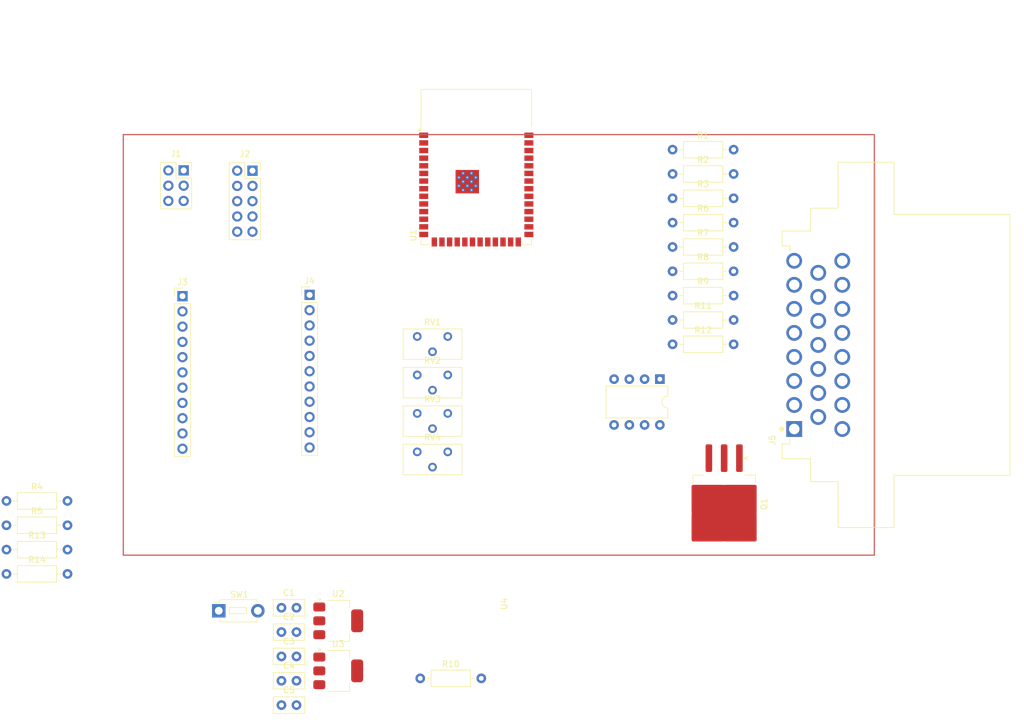
<source format=kicad_pcb>
(kicad_pcb (version 20240108) (generator "pcbnew") (generator_version "8.0")
  (layers (0 "F.Cu" signal) (31 "B.Cu" signal) (34 "B.Paste" user) (35 "F.Paste" user) (36 "B.SilkS" user "B.Silkscreen") (37 "F.SilkS" user "F.Silkscreen") (38 "B.Mask" user) (39 "F.Mask" user) (44 "Edge.Cuts" user))
  (net 0 "")
  (net 1 "GND")
  (net 2 "/ENABLE")
  (net 3 "+12V")
  (net 4 "+5V")
  (net 5 "+3V3")
  (net 6 "/UART_RX")
  (net 7 "/BOOTOPT")
  (net 8 "/PROG_EN")
  (net 9 "/UART_TX")
  (net 11 "/JTAG_TDI")
  (net 12 "/JTAG_TDO")
  (net 13 "/JTAG_TCK")
  (net 14 "/JTAG_TMS")
  (net 15 "/SPI-SCK")
  (net 16 "/SPI-MISO")
  (net 17 "/SPI-MOSI")
  (net 18 "/SPI-CS")
  (net 19 "Net-(U2-ADJ)")
  (net 20 "Net-(U4-Rs)")
  (net 21 "Net-(U3-ADJ)")
  (net 22 "/STEP-2+")
  (net 24 "+12VStep")
  (net 25 "/STEP-2-")
  (net 28 "/DIAG0")
  (net 29 "/STEP-1+")
  (net 30 "/STEP-1-")
  (net 31 "/CAN_TX")
  (net 42 "/CAN_RX")
  (net 44 "/TPS-PWR1")
  (net 46 "/TPS-GND1")
  (net 47 "/CAN-H")
  (net 49 "/CAN-L")
  (net 50 "/BLIP-IN")
  (net 51 "/TPS-SIG1")
  (net 52 "/APPS-SIG2")
  (net 53 "/TPS-SIG2")
  (net 54 "/APPS-SIG1")
  (net 55 "/TPS-GND2")
  (net 56 "/TPS-PWR2")
  (net 57 "/IDLE")
  (net 58 "/BLIP-OUT")
  (net 59 "/APPS-SIG1-OUT")
  (net 60 "/APPS-SIG2-OUT")
  (footprint "Connector_PinHeader_2.54mm:PinHeader_1x11_P2.54mm_Vertical" (layer "F.Cu") (at 119 102.68)
    (property "Reference" "J4" (at 0 -2.33 0) (layer "F.SilkS"))
    (property "Value" "Conn_01x11")
    (fp_line (start -1.33 -1.33) (end 0 -1.33) (stroke (width 0.12)) (layer "F.SilkS"))
    (fp_line (start -1.33 0) (end -1.33 -1.33) (stroke (width 0.12)) (layer "F.SilkS"))
    (fp_line (start -1.33 1.27) (end -1.33 26.73) (stroke (width 0.12)) (layer "F.SilkS"))
    (fp_line (start -1.33 1.27) (end 1.33 1.27) (stroke (width 0.12)) (layer "F.SilkS"))
    (fp_line (start -1.33 26.73) (end 1.33 26.73) (stroke (width 0.12)) (layer "F.SilkS"))
    (fp_line (start 1.33 1.27) (end 1.33 26.73) (stroke (width 0.12)) (layer "F.SilkS"))
    (pad "1" thru_hole rect (at 0 0) (size 1.7 1.7) (drill 1) (layers "*.Cu" "*.Mask") (net 24 "+12VStep"))
    (pad "2" thru_hole oval (at 0 2.54) (size 1.7 1.7) (drill 1) (layers "*.Cu" "*.Mask") (net 1 "GND"))
    (pad "3" thru_hole oval (at 0 5.08) (size 1.7 1.7) (drill 1) (layers "*.Cu" "*.Mask") (net 25 "/STEP-2-"))
    (pad "4" thru_hole oval (at 0 7.62) (size 1.7 1.7) (drill 1) (layers "*.Cu" "*.Mask") (net 22 "/STEP-2+"))
    (pad "5" thru_hole oval (at 0 10.16) (size 1.7 1.7) (drill 1) (layers "*.Cu" "*.Mask") (net 30 "/STEP-1-"))
    (pad "6" thru_hole oval (at 0 12.7) (size 1.7 1.7) (drill 1) (layers "*.Cu" "*.Mask") (net 29 "/STEP-1+"))
    (pad "7" thru_hole oval (at 0 15.24) (size 1.7 1.7) (drill 1) (layers "*.Cu" "*.Mask") (net 1 "GND"))
    (pad "8" thru_hole oval (at 0 17.78) (size 1.7 1.7) (drill 1) (layers "*.Cu" "*.Mask") (net 28 "/DIAG0"))
    (pad "9" thru_hole oval (at 0 20.32) (size 1.7 1.7) (drill 1) (layers "*.Cu" "*.Mask") (net 1 "GND"))
    (pad "10" thru_hole oval (at 0 22.86) (size 1.7 1.7) (drill 1) (layers "*.Cu" "*.Mask") (net 1 "GND"))
    (pad "11" thru_hole oval (at 0 25.4) (size 1.7 1.7) (drill 1) (layers "*.Cu" "*.Mask") (net 1 "GND"))
  )
  (footprint "Resistor_THT:R_Axial_DIN0207_L6.3mm_D2.5mm_P10.16mm_Horizontal" (layer "F.Cu") (at 179.42 98.75)
    (property "Reference" "R8" (at 5.08 -2.37 0) (layer "F.SilkS"))
    (property "Value" "715")
    (fp_line (start 1.04 0) (end 1.81 0) (stroke (width 0.12)) (layer "F.SilkS"))
    (fp_line (start 1.81 -1.37) (end 1.81 1.37) (stroke (width 0.12)) (layer "F.SilkS"))
    (fp_line (start 1.81 1.37) (end 8.35 1.37) (stroke (width 0.12)) (layer "F.SilkS"))
    (fp_line (start 8.35 -1.37) (end 1.81 -1.37) (stroke (width 0.12)) (layer "F.SilkS"))
    (fp_line (start 8.35 1.37) (end 8.35 -1.37) (stroke (width 0.12)) (layer "F.SilkS"))
    (fp_line (start 9.12 0) (end 8.35 0) (stroke (width 0.12)) (layer "F.SilkS"))
    (pad "1" thru_hole circle (at 0 0) (size 1.6 1.6) (drill 0.8) (layers "*.Cu" "*.Mask") (net 19 "Net-(U2-ADJ)"))
    (pad "2" thru_hole oval (at 10.16 0) (size 1.6 1.6) (drill 0.8) (layers "*.Cu" "*.Mask") (net 1 "GND"))
  )
  (footprint "Package_TO_SOT_SMD:TO-263-3_TabPin2" (layer "F.Cu") (at 188 137.5 -90)
    (property "Reference" "Q1" (at 0 -6.65 90) (layer "F.SilkS"))
    (property "Value" "NMOS")
    (fp_line (start -4.825 5.2) (end -4.825 3.39) (stroke (width 0.12)) (layer "F.SilkS"))
    (fp_line (start -3.46 5.2) (end -4.825 5.2) (stroke (width 0.12)) (layer "F.SilkS"))
    (fp_line (start -4.825 -5.2) (end -4.825 -3.39) (stroke (width 0.12)) (layer "F.SilkS"))
    (fp_line (start -3.46 -5.2) (end -4.825 -5.2) (stroke (width 0.12)) (layer "F.SilkS"))
    (fp_poly (pts (xy -7.65 -3.35) (xy -7.99 -3.82) (xy -7.31 -3.82) (xy -7.65 -3.35)) (stroke (width 0.12)) (fill solid) (layer "F.SilkS"))
    (pad "1" smd roundrect (at -7.65 -2.54 270) (size 4.6 1.1) (layers "F.Cu" "F.Paste" "F.Mask") (roundrect_rratio 0.227273) (net 50 "/BLIP-IN"))
    (pad "2" smd roundrect (at -7.65 0 270) (size 4.6 1.1) (layers "F.Cu" "F.Paste" "F.Mask") (roundrect_rratio 0.227273) (net 5 "+3V3"))
    (pad "2" smd roundrect (at -0.925 -2.775 270) (size 4.55 5.25) (layers "F.Cu" "F.Paste") (roundrect_rratio 0.054945) (net 5 "+3V3"))
    (pad "2" smd roundrect (at -0.925 2.775 270) (size 4.55 5.25) (layers "F.Cu" "F.Paste") (roundrect_rratio 0.054945) (net 5 "+3V3"))
    (pad "2" smd roundrect (at 1.5 0 270) (size 9.4 10.8) (layers "F.Cu" "F.Mask") (roundrect_rratio 0.026596) (net 5 "+3V3"))
    (pad "2" smd roundrect (at 3.925 -2.775 270) (size 4.55 5.25) (layers "F.Cu" "F.Paste") (roundrect_rratio 0.054945) (net 5 "+3V3"))
    (pad "2" smd roundrect (at 3.925 2.775 270) (size 4.55 5.25) (layers "F.Cu" "F.Paste") (roundrect_rratio 0.054945) (net 5 "+3V3"))
    (pad "3" smd roundrect (at -7.65 2.54 270) (size 4.6 1.1) (layers "F.Cu" "F.Paste" "F.Mask") (roundrect_rratio 0.227273) (net 58 "/BLIP-OUT"))
  )
  (footprint "RF_Module:ESP32-S3-WROOM-1" (layer "F.Cu") (at 146.75 81.37)
    (property "Reference" "U1" (at -10.5 11.4 90) (layer "F.SilkS"))
    (property "Value" "ESP32-S3-WROOM-1-N16R8")
    (fp_line (start -9.2 -12.9) (end -9.2 -6.7) (stroke (width 0.12)) (layer "F.SilkS"))
    (fp_line (start -9.2 -12.9) (end 9.2 -12.9) (stroke (width 0.12)) (layer "F.SilkS"))
    (fp_line (start -9.2 11.95) (end -9.2 12.95) (stroke (width 0.12)) (layer "F.SilkS"))
    (fp_line (start -9.2 12.95) (end -7.7 12.95) (stroke (width 0.12)) (layer "F.SilkS"))
    (fp_line (start 9.2 -12.9) (end 9.2 -6.7) (stroke (width 0.12)) (layer "F.SilkS"))
    (fp_line (start 9.2 12.95) (end 7.7 12.95) (stroke (width 0.12)) (layer "F.SilkS"))
    (fp_line (start 9.2 12.95) (end 9.2 11.95) (stroke (width 0.12)) (layer "F.SilkS"))
    (fp_poly (pts (xy -9.2 -6.025) (xy -9.7 -6.025) (xy -9.2 -6.525) (xy -9.2 -6.025)) (stroke (width 0.12)) (fill solid) (layer "F.SilkS"))
    (pad "1" smd rect (at -8.75 -5.26) (size 1.5 0.9) (layers "F.Cu" "F.Paste" "F.Mask") (net 1 "GND"))
    (pad "2" smd rect (at -8.75 -3.99) (size 1.5 0.9) (layers "F.Cu" "F.Paste" "F.Mask") (net 5 "+3V3"))
    (pad "3" smd rect (at -8.75 -2.72) (size 1.5 0.9) (layers "F.Cu" "F.Paste" "F.Mask") (net 2 "/ENABLE"))
    (pad "4" smd rect (at -8.75 -1.45) (size 1.5 0.9) (layers "F.Cu" "F.Paste" "F.Mask") (net 60 "/APPS-SIG2-OUT"))
    (pad "5" smd rect (at -8.75 -0.18) (size 1.5 0.9) (layers "F.Cu" "F.Paste" "F.Mask") (net 51 "/TPS-SIG1"))
    (pad "6" smd rect (at -8.75 1.09) (size 1.5 0.9) (layers "F.Cu" "F.Paste" "F.Mask") (net 53 "/TPS-SIG2"))
    (pad "7" smd rect (at -8.75 2.36) (size 1.5 0.9) (layers "F.Cu" "F.Paste" "F.Mask"))
    (pad "8" smd rect (at -8.75 3.63) (size 1.5 0.9) (layers "F.Cu" "F.Paste" "F.Mask"))
    (pad "9" smd rect (at -8.75 4.9) (size 1.5 0.9) (layers "F.Cu" "F.Paste" "F.Mask"))
    (pad "10" smd rect (at -8.75 6.17) (size 1.5 0.9) (layers "F.Cu" "F.Paste" "F.Mask") (net 58 "/BLIP-OUT"))
    (pad "11" smd rect (at -8.75 7.44) (size 1.5 0.9) (layers "F.Cu" "F.Paste" "F.Mask") (net 57 "/IDLE"))
    (pad "12" smd rect (at -8.75 8.71) (size 1.5 0.9) (layers "F.Cu" "F.Paste" "F.Mask"))
    (pad "13" smd rect (at -8.75 9.98) (size 1.5 0.9) (layers "F.Cu" "F.Paste" "F.Mask"))
    (pad "14" smd rect (at -8.75 11.25 180) (size 1.5 0.9) (layers "F.Cu" "F.Paste" "F.Mask"))
    (pad "15" smd rect (at -6.985 12.5 270) (size 1.5 0.9) (layers "F.Cu" "F.Paste" "F.Mask") (net 59 "/APPS-SIG1-OUT"))
    (pad "16" smd rect (at -5.715 12.5 270) (size 1.5 0.9) (layers "F.Cu" "F.Paste" "F.Mask"))
    (pad "17" smd rect (at -4.445 12.5 270) (size 1.5 0.9) (layers "F.Cu" "F.Paste" "F.Mask") (net 18 "/SPI-CS"))
    (pad "18" smd rect (at -3.175 12.5 270) (size 1.5 0.9) (layers "F.Cu" "F.Paste" "F.Mask") (net 15 "/SPI-SCK"))
    (pad "19" smd rect (at -1.905 12.5 270) (size 1.5 0.9) (layers "F.Cu" "F.Paste" "F.Mask") (net 17 "/SPI-MOSI"))
    (pad "20" smd rect (at -0.635 12.5 270) (size 1.5 0.9) (layers "F.Cu" "F.Paste" "F.Mask") (net 16 "/SPI-MISO"))
    (pad "21" smd rect (at 0.635 12.5 270) (size 1.5 0.9) (layers "F.Cu" "F.Paste" "F.Mask") (net 28 "/DIAG0"))
    (pad "22" smd rect (at 1.905 12.5 270) (size 1.5 0.9) (layers "F.Cu" "F.Paste" "F.Mask"))
    (pad "23" smd rect (at 3.175 12.5 270) (size 1.5 0.9) (layers "F.Cu" "F.Paste" "F.Mask"))
    (pad "24" smd rect (at 4.445 12.5 270) (size 1.5 0.9) (layers "F.Cu" "F.Paste" "F.Mask"))
    (pad "25" smd rect (at 5.715 12.5 270) (size 1.5 0.9) (layers "F.Cu" "F.Paste" "F.Mask"))
    (pad "26" smd rect (at 6.985 12.5 270) (size 1.5 0.9) (layers "F.Cu" "F.Paste" "F.Mask"))
    (pad "27" smd rect (at 8.75 11.25) (size 1.5 0.9) (layers "F.Cu" "F.Paste" "F.Mask") (net 7 "/BOOTOPT"))
    (pad "28" smd rect (at 8.75 9.98) (size 1.5 0.9) (layers "F.Cu" "F.Paste" "F.Mask"))
    (pad "29" smd rect (at 8.75 8.71) (size 1.5 0.9) (layers "F.Cu" "F.Paste" "F.Mask"))
    (pad "30" smd rect (at 8.75 7.44) (size 1.5 0.9) (layers "F.Cu" "F.Paste" "F.Mask"))
    (pad "31" smd rect (at 8.75 6.17) (size 1.5 0.9) (layers "F.Cu" "F.Paste" "F.Mask"))
    (pad "32" smd rect (at 8.75 4.9) (size 1.5 0.9) (layers "F.Cu" "F.Paste" "F.Mask") (net 13 "/JTAG_TCK"))
    (pad "33" smd rect (at 8.75 3.63) (size 1.5 0.9) (layers "F.Cu" "F.Paste" "F.Mask") (net 12 "/JTAG_TDO"))
    (pad "34" smd rect (at 8.75 2.36) (size 1.5 0.9) (layers "F.Cu" "F.Paste" "F.Mask") (net 11 "/JTAG_TDI"))
    (pad "35" smd rect (at 8.75 1.09) (size 1.5 0.9) (layers "F.Cu" "F.Paste" "F.Mask") (net 14 "/JTAG_TMS"))
    (pad "36" smd rect (at 8.75 -0.18) (size 1.5 0.9) (layers "F.Cu" "F.Paste" "F.Mask") (net 6 "/UART_RX"))
    (pad "37" smd rect (at 8.75 -1.45) (size 1.5 0.9) (layers "F.Cu" "F.Paste" "F.Mask") (net 9 "/UART_TX"))
    (pad "38" smd rect (at 8.75 -2.72) (size 1.5 0.9) (layers "F.Cu" "F.Paste" "F.Mask") (net 42 "/CAN_RX"))
    (pad "39" smd rect (at 8.75 -3.99) (size 1.5 0.9) (layers "F.Cu" "F.Paste" "F.Mask") (net 31 "/CAN_TX"))
    (pad "40" smd rect (at 8.75 -5.26) (size 1.5 0.9) (layers "F.Cu" "F.Paste" "F.Mask") (net 1 "GND"))
    (pad "41" thru_hole circle (at -2.9 1.76 90) (size 0.6 0.6) (drill 0.2) (property pad_prop_heatsink) (layers "*.Cu" "F.Mask") (net 1 "GND"))
    (pad "41" thru_hole circle (at -2.9 3.16) (size 0.6 0.6) (drill 0.2) (property pad_prop_heatsink) (layers "*.Cu" "F.Mask") (net 1 "GND"))
    (pad "41" thru_hole circle (at -2.2 1.06) (size 0.6 0.6) (drill 0.2) (property pad_prop_heatsink) (layers "*.Cu" "F.Mask") (net 1 "GND"))
    (pad "41" thru_hole circle (at -2.2 2.46) (size 0.6 0.6) (drill 0.2) (property pad_prop_heatsink) (layers "*.Cu" "F.Mask") (net 1 "GND"))
    (pad "41" thru_hole circle (at -2.2 3.86) (size 0.6 0.6) (drill 0.2) (property pad_prop_heatsink) (layers "*.Cu" "F.Mask") (net 1 "GND"))
    (pad "41" thru_hole circle (at -1.5 1.76) (size 0.6 0.6) (drill 0.2) (property pad_prop_heatsink) (layers "*.Cu" "F.Mask") (net 1 "GND"))
    (pad "41" smd rect (at -1.5 2.46 270) (size 3.9 3.9) (layers "F.Cu" "F.Mask") (net 1 "GND"))
    (pad "41" thru_hole circle (at -1.5 3.16) (size 0.6 0.6) (drill 0.2) (property pad_prop_heatsink) (layers "*.Cu" "F.Mask") (net 1 "GND"))
    (pad "41" thru_hole circle (at -0.8 1.06) (size 0.6 0.6) (drill 0.2) (property pad_prop_heatsink) (layers "*.Cu" "F.Mask") (net 1 "GND"))
    (pad "41" thru_hole circle (at -0.8 2.46) (size 0.6 0.6) (drill 0.2) (property pad_prop_heatsink) (layers "*.Cu" "F.Mask") (net 1 "GND"))
    (pad "41" thru_hole circle (at -0.8 3.86) (size 0.6 0.6) (drill 0.2) (property pad_prop_heatsink) (layers "*.Cu" "F.Mask") (net 1 "GND"))
    (pad "41" thru_hole circle (at -0.1 1.76) (size 0.6 0.6) (drill 0.2) (property pad_prop_heatsink) (layers "*.Cu" "F.Mask") (net 1 "GND"))
    (pad "41" thru_hole circle (at -0.1 3.16) (size 0.6 0.6) (drill 0.2) (property pad_prop_heatsink) (layers "*.Cu" "F.Mask") (net 1 "GND"))
  )
  (footprint "Resistor_THT:R_Axial_DIN0207_L6.3mm_D2.5mm_P10.16mm_Horizontal" (layer "F.Cu") (at 179.42 82.55)
    (property "Reference" "R2" (at 5.08 -2.37 0) (layer "F.SilkS"))
    (property "Value" "10k")
    (fp_line (start 1.04 0) (end 1.81 0) (stroke (width 0.12)) (layer "F.SilkS"))
    (fp_line (start 1.81 -1.37) (end 1.81 1.37) (stroke (width 0.12)) (layer "F.SilkS"))
    (fp_line (start 1.81 1.37) (end 8.35 1.37) (stroke (width 0.12)) (layer "F.SilkS"))
    (fp_line (start 8.35 -1.37) (end 1.81 -1.37) (stroke (width 0.12)) (layer "F.SilkS"))
    (fp_line (start 8.35 1.37) (end 8.35 -1.37) (stroke (width 0.12)) (layer "F.SilkS"))
    (fp_line (start 9.12 0) (end 8.35 0) (stroke (width 0.12)) (layer "F.SilkS"))
    (pad "1" thru_hole circle (at 0 0) (size 1.6 1.6) (drill 0.8) (layers "*.Cu" "*.Mask") (net 5 "+3V3"))
    (pad "2" thru_hole oval (at 10.16 0) (size 1.6 1.6) (drill 0.8) (layers "*.Cu" "*.Mask") (net 2 "/ENABLE"))
  )
  (footprint "Capacitor_THT:C_Disc_D5.0mm_W2.5mm_P2.50mm" (layer "F.Cu") (at 114.32 154.75)
    (property "Reference" "C1" (at 1.25 -2.5 0) (layer "F.SilkS"))
    (property "Value" "1u")
    (fp_line (start -1.37 -1.37) (end -1.37 1.37) (stroke (width 0.12)) (layer "F.SilkS"))
    (fp_line (start -1.37 -1.37) (end 3.87 -1.37) (stroke (width 0.12)) (layer "F.SilkS"))
    (fp_line (start -1.37 1.37) (end 3.87 1.37) (stroke (width 0.12)) (layer "F.SilkS"))
    (fp_line (start 3.87 -1.37) (end 3.87 1.37) (stroke (width 0.12)) (layer "F.SilkS"))
    (pad "1" thru_hole circle (at 0 0) (size 1.6 1.6) (drill 0.8) (layers "*.Cu" "*.Mask") (net 2 "/ENABLE"))
    (pad "2" thru_hole circle (at 2.5 0) (size 1.6 1.6) (drill 0.8) (layers "*.Cu" "*.Mask") (net 1 "GND"))
  )
  (footprint "Package_DIP:DIP-8_W7.62mm" (layer "F.Cu") (at 177.3 116.7 -90)
    (property "Reference" "U4" (at 37.41 25.9 90) (layer "F.SilkS"))
    (property "Value" "MCP2551-I-P")
    (fp_line (start 1.16 8.95) (end 6.46 8.95) (stroke (width 0.12)) (layer "F.SilkS"))
    (fp_line (start 6.46 8.95) (end 6.46 -1.33) (stroke (width 0.12)) (layer "F.SilkS"))
    (fp_line (start 1.16 -1.33) (end 1.16 8.95) (stroke (width 0.12)) (layer "F.SilkS"))
    (fp_line (start 2.81 -1.33) (end 1.16 -1.33) (stroke (width 0.12)) (layer "F.SilkS"))
    (fp_line (start 6.46 -1.33) (end 4.81 -1.33) (stroke (width 0.12)) (layer "F.SilkS"))
    (fp_arc (start 4.81 -1.33) (mid 3.81 -0.33) (end 2.81 -1.33) (stroke (width 0.12)) (layer "F.SilkS"))
    (pad "1" thru_hole rect (at 0 0 270) (size 1.6 1.6) (drill 0.8) (layers "*.Cu" "*.Mask") (net 31 "/CAN_TX"))
    (pad "2" thru_hole oval (at 0 2.54 270) (size 1.6 1.6) (drill 0.8) (layers "*.Cu" "*.Mask") (net 1 "GND"))
    (pad "3" thru_hole oval (at 0 5.08 270) (size 1.6 1.6) (drill 0.8) (layers "*.Cu" "*.Mask") (net 4 "+5V"))
    (pad "4" thru_hole oval (at 0 7.62 270) (size 1.6 1.6) (drill 0.8) (layers "*.Cu" "*.Mask") (net 42 "/CAN_RX"))
    (pad "5" thru_hole oval (at 7.62 7.62 270) (size 1.6 1.6) (drill 0.8) (layers "*.Cu" "*.Mask"))
    (pad "6" thru_hole oval (at 7.62 5.08 270) (size 1.6 1.6) (drill 0.8) (layers "*.Cu" "*.Mask") (net 49 "/CAN-L"))
    (pad "7" thru_hole oval (at 7.62 2.54 270) (size 1.6 1.6) (drill 0.8) (layers "*.Cu" "*.Mask") (net 47 "/CAN-H"))
    (pad "8" thru_hole oval (at 7.62 0 270) (size 1.6 1.6) (drill 0.8) (layers "*.Cu" "*.Mask") (net 20 "Net-(U4-Rs)"))
  )
  (footprint "Connector_PinSocket_2.54mm:PinSocket_2x05_P2.54mm_Vertical" (layer "F.Cu") (at 109.5 82)
    (property "Reference" "J2" (at -1.27 -2.77 0) (layer "F.SilkS"))
    (property "Value" "JTAG")
    (fp_line (start -3.87 -1.33) (end -3.87 11.49) (stroke (width 0.12)) (layer "F.SilkS"))
    (fp_line (start -3.87 -1.33) (end -1.27 -1.33) (stroke (width 0.12)) (layer "F.SilkS"))
    (fp_line (start -3.87 11.49) (end 1.33 11.49) (stroke (width 0.12)) (layer "F.SilkS"))
    (fp_line (start -1.27 -1.33) (end -1.27 1.27) (stroke (width 0.12)) (layer "F.SilkS"))
    (fp_line (start -1.27 1.27) (end 1.33 1.27) (stroke (width 0.12)) (layer "F.SilkS"))
    (fp_line (start 0 -1.33) (end 1.33 -1.33) (stroke (width 0.12)) (layer "F.SilkS"))
    (fp_line (start 1.33 -1.33) (end 1.33 0) (stroke (width 0.12)) (layer "F.SilkS"))
    (fp_line (start 1.33 1.27) (end 1.33 11.49) (stroke (width 0.12)) (layer "F.SilkS"))
    (pad "1" thru_hole rect (at 0 0) (size 1.7 1.7) (drill 1) (layers "*.Cu" "*.Mask") (net 5 "+3V3"))
    (pad "2" thru_hole oval (at -2.54 0) (size 1.7 1.7) (drill 1) (layers "*.Cu" "*.Mask") (net 14 "/JTAG_TMS"))
    (pad "3" thru_hole oval (at 0 2.54) (size 1.7 1.7) (drill 1) (layers "*.Cu" "*.Mask") (net 1 "GND"))
    (pad "4" thru_hole oval (at -2.54 2.54) (size 1.7 1.7) (drill 1) (layers "*.Cu" "*.Mask") (net 13 "/JTAG_TCK"))
    (pad "5" thru_hole oval (at 0 5.08) (size 1.7 1.7) (drill 1) (layers "*.Cu" "*.Mask") (net 1 "GND"))
    (pad "6" thru_hole oval (at -2.54 5.08) (size 1.7 1.7) (drill 1) (layers "*.Cu" "*.Mask") (net 12 "/JTAG_TDO"))
    (pad "7" thru_hole oval (at 0 7.62) (size 1.7 1.7) (drill 1) (layers "*.Cu" "*.Mask") (net 1 "GND"))
    (pad "8" thru_hole oval (at -2.54 7.62) (size 1.7 1.7) (drill 1) (layers "*.Cu" "*.Mask") (net 11 "/JTAG_TDI"))
    (pad "9" thru_hole oval (at 0 10.16) (size 1.7 1.7) (drill 1) (layers "*.Cu" "*.Mask") (net 1 "GND"))
    (pad "10" thru_hole oval (at -2.54 10.16) (size 1.7 1.7) (drill 1) (layers "*.Cu" "*.Mask"))
  )
  (footprint "Capacitor_THT:C_Disc_D5.0mm_W2.5mm_P2.50mm" (layer "F.Cu") (at 114.32 162.85)
    (property "Reference" "C3" (at 1.25 -2.5 0) (layer "F.SilkS"))
    (property "Value" "1u")
    (fp_line (start -1.37 -1.37) (end -1.37 1.37) (stroke (width 0.12)) (layer "F.SilkS"))
    (fp_line (start -1.37 -1.37) (end 3.87 -1.37) (stroke (width 0.12)) (layer "F.SilkS"))
    (fp_line (start -1.37 1.37) (end 3.87 1.37) (stroke (width 0.12)) (layer "F.SilkS"))
    (fp_line (start 3.87 -1.37) (end 3.87 1.37) (stroke (width 0.12)) (layer "F.SilkS"))
    (pad "1" thru_hole circle (at 0 0) (size 1.6 1.6) (drill 0.8) (layers "*.Cu" "*.Mask") (net 4 "+5V"))
    (pad "2" thru_hole circle (at 2.5 0) (size 1.6 1.6) (drill 0.8) (layers "*.Cu" "*.Mask") (net 1 "GND"))
  )
  (footprint "Potentiometer_THT:Potentiometer_Bourns_3296Y_Vertical" (layer "F.Cu") (at 142 116)
    (property "Reference" "RV2" (at -2.54 -2.39 0) (layer "F.SilkS"))
    (property "Value" "100k")
    (fp_line (start -7.425 -1.26) (end -7.425 3.81) (stroke (width 0.12)) (layer "F.SilkS"))
    (fp_line (start -7.425 -1.26) (end 2.345 -1.26) (stroke (width 0.12)) (layer "F.SilkS"))
    (fp_line (start -7.425 3.81) (end 2.345 3.81) (stroke (width 0.12)) (layer "F.SilkS"))
    (fp_line (start 2.345 -1.26) (end 2.345 3.81) (stroke (width 0.12)) (layer "F.SilkS"))
    (pad "1" thru_hole circle (at 0 0) (size 1.44 1.44) (drill 0.8) (layers "*.Cu" "*.Mask") (net 5 "+3V3"))
    (pad "2" thru_hole circle (at -2.54 2.54) (size 1.44 1.44) (drill 0.8) (layers "*.Cu" "*.Mask") (net 46 "/TPS-GND1"))
    (pad "3" thru_hole circle (at -5.08 0) (size 1.44 1.44) (drill 0.8) (layers "*.Cu" "*.Mask") (net 1 "GND"))
  )
  (footprint "Resistor_THT:R_Axial_DIN0207_L6.3mm_D2.5mm_P10.16mm_Horizontal" (layer "F.Cu") (at 137.42 166.5)
    (property "Reference" "R10" (at 5.08 -2.37 0) (layer "F.SilkS"))
    (property "Value" "20k")
    (fp_line (start 1.04 0) (end 1.81 0) (stroke (width 0.12)) (layer "F.SilkS"))
    (fp_line (start 1.81 -1.37) (end 1.81 1.37) (stroke (width 0.12)) (layer "F.SilkS"))
    (fp_line (start 1.81 1.37) (end 8.35 1.37) (stroke (width 0.12)) (layer "F.SilkS"))
    (fp_line (start 8.35 -1.37) (end 1.81 -1.37) (stroke (width 0.12)) (layer "F.SilkS"))
    (fp_line (start 8.35 1.37) (end 8.35 -1.37) (stroke (width 0.12)) (layer "F.SilkS"))
    (fp_line (start 9.12 0) (end 8.35 0) (stroke (width 0.12)) (layer "F.SilkS"))
    (pad "1" thru_hole circle (at 0 0) (size 1.6 1.6) (drill 0.8) (layers "*.Cu" "*.Mask") (net 20 "Net-(U4-Rs)"))
    (pad "2" thru_hole oval (at 10.16 0) (size 1.6 1.6) (drill 0.8) (layers "*.Cu" "*.Mask") (net 1 "GND"))
  )
  (footprint "Capacitor_THT:C_Disc_D5.0mm_W2.5mm_P2.50mm" (layer "F.Cu") (at 114.32 166.9)
    (property "Reference" "C4" (at 1.25 -2.5 0) (layer "F.SilkS"))
    (property "Value" "0.1u")
    (fp_line (start -1.37 -1.37) (end -1.37 1.37) (stroke (width 0.12)) (layer "F.SilkS"))
    (fp_line (start -1.37 -1.37) (end 3.87 -1.37) (stroke (width 0.12)) (layer "F.SilkS"))
    (fp_line (start -1.37 1.37) (end 3.87 1.37) (stroke (width 0.12)) (layer "F.SilkS"))
    (fp_line (start 3.87 -1.37) (end 3.87 1.37) (stroke (width 0.12)) (layer "F.SilkS"))
    (pad "1" thru_hole circle (at 0 0) (size 1.6 1.6) (drill 0.8) (layers "*.Cu" "*.Mask") (net 3 "+12V"))
    (pad "2" thru_hole circle (at 2.5 0) (size 1.6 1.6) (drill 0.8) (layers "*.Cu" "*.Mask") (net 1 "GND"))
  )
  (footprint "Resistor_THT:R_Axial_DIN0207_L6.3mm_D2.5mm_P10.16mm_Horizontal" (layer "F.Cu") (at 179.42 90.65)
    (property "Reference" "R6" (at 5.08 -2.37 0) (layer "F.SilkS"))
    (property "Value" "66.5k")
    (fp_line (start 1.04 0) (end 1.81 0) (stroke (width 0.12)) (layer "F.SilkS"))
    (fp_line (start 1.81 -1.37) (end 1.81 1.37) (stroke (width 0.12)) (layer "F.SilkS"))
    (fp_line (start 1.81 1.37) (end 8.35 1.37) (stroke (width 0.12)) (layer "F.SilkS"))
    (fp_line (start 8.35 -1.37) (end 1.81 -1.37) (stroke (width 0.12)) (layer "F.SilkS"))
    (fp_line (start 8.35 1.37) (end 8.35 -1.37) (stroke (width 0.12)) (layer "F.SilkS"))
    (fp_line (start 9.12 0) (end 8.35 0) (stroke (width 0.12)) (layer "F.SilkS"))
    (pad "1" thru_hole circle (at 0 0) (size 1.6 1.6) (drill 0.8) (layers "*.Cu" "*.Mask") (net 59 "/APPS-SIG1-OUT"))
    (pad "2" thru_hole oval (at 10.16 0) (size 1.6 1.6) (drill 0.8) (layers "*.Cu" "*.Mask") (net 1 "GND"))
  )
  (footprint "Potentiometer_THT:Potentiometer_Bourns_3296Y_Vertical" (layer "F.Cu") (at 142 109.6)
    (property "Reference" "RV1" (at -2.54 -2.39 0) (layer "F.SilkS"))
    (property "Value" "100k")
    (fp_line (start -7.425 -1.26) (end -7.425 3.81) (stroke (width 0.12)) (layer "F.SilkS"))
    (fp_line (start -7.425 -1.26) (end 2.345 -1.26) (stroke (width 0.12)) (layer "F.SilkS"))
    (fp_line (start -7.425 3.81) (end 2.345 3.81) (stroke (width 0.12)) (layer "F.SilkS"))
    (fp_line (start 2.345 -1.26) (end 2.345 3.81) (stroke (width 0.12)) (layer "F.SilkS"))
    (pad "1" thru_hole circle (at 0 0) (size 1.44 1.44) (drill 0.8) (layers "*.Cu" "*.Mask") (net 5 "+3V3"))
    (pad "2" thru_hole circle (at -2.54 2.54) (size 1.44 1.44) (drill 0.8) (layers "*.Cu" "*.Mask") (net 44 "/TPS-PWR1"))
    (pad "3" thru_hole circle (at -5.08 0) (size 1.44 1.44) (drill 0.8) (layers "*.Cu" "*.Mask") (net 1 "GND"))
  )
  (footprint "Resistor_THT:R_Axial_DIN0207_L6.3mm_D2.5mm_P10.16mm_Horizontal" (layer "F.Cu") (at 179.42 106.85)
    (property "Reference" "R11" (at 5.08 -2.37 0) (layer "F.SilkS"))
    (property "Value" "392")
    (fp_line (start 1.04 0) (end 1.81 0) (stroke (width 0.12)) (layer "F.SilkS"))
    (fp_line (start 1.81 -1.37) (end 1.81 1.37) (stroke (width 0.12)) (layer "F.SilkS"))
    (fp_line (start 1.81 1.37) (end 8.35 1.37) (stroke (width 0.12)) (layer "F.SilkS"))
    (fp_line (start 8.35 -1.37) (end 1.81 -1.37) (stroke (width 0.12)) (layer "F.SilkS"))
    (fp_line (start 8.35 1.37) (end 8.35 -1.37) (stroke (width 0.12)) (layer "F.SilkS"))
    (fp_line (start 9.12 0) (end 8.35 0) (stroke (width 0.12)) (layer "F.SilkS"))
    (pad "1" thru_hole circle (at 0 0) (size 1.6 1.6) (drill 0.8) (layers "*.Cu" "*.Mask") (net 21 "Net-(U3-ADJ)"))
    (pad "2" thru_hole oval (at 10.16 0) (size 1.6 1.6) (drill 0.8) (layers "*.Cu" "*.Mask") (net 1 "GND"))
  )
  (footprint "Capacitor_THT:C_Disc_D5.0mm_W2.5mm_P2.50mm" (layer "F.Cu") (at 114.32 170.95)
    (property "Reference" "C5" (at 1.25 -2.5 0) (layer "F.SilkS"))
    (property "Value" "1u")
    (fp_line (start -1.37 -1.37) (end -1.37 1.37) (stroke (width 0.12)) (layer "F.SilkS"))
    (fp_line (start -1.37 -1.37) (end 3.87 -1.37) (stroke (width 0.12)) (layer "F.SilkS"))
    (fp_line (start -1.37 1.37) (end 3.87 1.37) (stroke (width 0.12)) (layer "F.SilkS"))
    (fp_line (start 3.87 -1.37) (end 3.87 1.37) (stroke (width 0.12)) (layer "F.SilkS"))
    (pad "1" thru_hole circle (at 0 0) (size 1.6 1.6) (drill 0.8) (layers "*.Cu" "*.Mask") (net 5 "+3V3"))
    (pad "2" thru_hole circle (at 2.5 0) (size 1.6 1.6) (drill 0.8) (layers "*.Cu" "*.Mask") (net 1 "GND"))
  )
  (footprint "Connector_PinSocket_2.54mm:PinSocket_2x03_P2.54mm_Vertical" (layer "F.Cu") (at 98.04 81.96)
    (property "Reference" "J1" (at -1.27 -2.77 0) (layer "F.SilkS"))
    (property "Value" "PROG")
    (fp_line (start -3.87 -1.33) (end -3.87 6.41) (stroke (width 0.12)) (layer "F.SilkS"))
    (fp_line (start -3.87 -1.33) (end -1.27 -1.33) (stroke (width 0.12)) (layer "F.SilkS"))
    (fp_line (start -3.87 6.41) (end 1.33 6.41) (stroke (width 0.12)) (layer "F.SilkS"))
    (fp_line (start -1.27 -1.33) (end -1.27 1.27) (stroke (width 0.12)) (layer "F.SilkS"))
    (fp_line (start -1.27 1.27) (end 1.33 1.27) (stroke (width 0.12)) (layer "F.SilkS"))
    (fp_line (start 0 -1.33) (end 1.33 -1.33) (stroke (width 0.12)) (layer "F.SilkS"))
    (fp_line (start 1.33 -1.33) (end 1.33 0) (stroke (width 0.12)) (layer "F.SilkS"))
    (fp_line (start 1.33 1.27) (end 1.33 6.41) (stroke (width 0.12)) (layer "F.SilkS"))
    (pad "1" thru_hole rect (at 0 0) (size 1.7 1.7) (drill 1) (layers "*.Cu" "*.Mask") (net 8 "/PROG_EN"))
    (pad "2" thru_hole oval (at -2.54 0) (size 1.7 1.7) (drill 1) (layers "*.Cu" "*.Mask") (net 5 "+3V3"))
    (pad "3" thru_hole oval (at 0 2.54) (size 1.7 1.7) (drill 1) (layers "*.Cu" "*.Mask") (net 9 "/UART_TX"))
    (pad "4" thru_hole oval (at -2.54 2.54) (size 1.7 1.7) (drill 1) (layers "*.Cu" "*.Mask") (net 1 "GND"))
    (pad "5" thru_hole oval (at 0 5.08) (size 1.7 1.7) (drill 1) (layers "*.Cu" "*.Mask") (net 6 "/UART_RX"))
    (pad "6" thru_hole oval (at -2.54 5.08) (size 1.7 1.7) (drill 1) (layers "*.Cu" "*.Mask") (net 7 "/BOOTOPT"))
  )
  (footprint "Package_TO_SOT_SMD:SOT-223-3_TabPin2" (layer "F.Cu") (at 123.77 156.925)
    (property "Reference" "U2" (at 0 -4.5 0) (layer "F.SilkS"))
    (property "Value" "LM317_SOT-223")
    (fp_line (start -1.85 -3.41) (end 1.91 -3.41) (stroke (width 0.12)) (layer "F.SilkS"))
    (fp_line (start -1.85 3.41) (end 1.91 3.41) (stroke (width 0.12)) (layer "F.SilkS"))
    (fp_line (start 1.91 -3.41) (end 1.91 -2.15) (stroke (width 0.12)) (layer "F.SilkS"))
    (fp_line (start 1.91 3.41) (end 1.91 2.15) (stroke (width 0.12)) (layer "F.SilkS"))
    (fp_poly (pts (xy -3.13 -3.31) (xy -3.37 -3.64) (xy -2.89 -3.64) (xy -3.13 -3.31)) (stroke (width 0.12)) (fill solid) (layer "F.SilkS"))
    (pad "1" smd roundrect (at -3.15 -2.3) (size 2 1.5) (layers "F.Cu" "F.Paste" "F.Mask") (net 19 "Net-(U2-ADJ)"))
    (pad "2" smd roundrect (at -3.15 0) (size 2 1.5) (layers "F.Cu" "F.Paste" "F.Mask") (net 4 "+5V"))
    (pad "2" smd roundrect (at 3.15 0) (size 2 3.8) (layers "F.Cu" "F.Paste" "F.Mask") (net 4 "+5V"))
    (pad "3" smd roundrect (at -3.15 2.3) (size 2 1.5) (layers "F.Cu" "F.Paste" "F.Mask") (net 3 "+12V"))
  )
  (footprint "Connector_PinHeader_2.54mm:PinHeader_1x11_P2.54mm_Vertical" (layer "F.Cu") (at 97.85 102.88)
    (property "Reference" "J3" (at 0 -2.33 0) (layer "F.SilkS"))
    (property "Value" "Conn_01x11")
    (fp_line (start -1.33 -1.33) (end 0 -1.33) (stroke (width 0.12)) (layer "F.SilkS"))
    (fp_line (start -1.33 0) (end -1.33 -1.33) (stroke (width 0.12)) (layer "F.SilkS"))
    (fp_line (start -1.33 1.27) (end -1.33 26.73) (stroke (width 0.12)) (layer "F.SilkS"))
    (fp_line (start -1.33 1.27) (end 1.33 1.27) (stroke (width 0.12)) (layer "F.SilkS"))
    (fp_line (start -1.33 26.73) (end 1.33 26.73) (stroke (width 0.12)) (layer "F.SilkS"))
    (fp_line (start 1.33 1.27) (end 1.33 26.73) (stroke (width 0.12)) (layer "F.SilkS"))
    (pad "1" thru_hole rect (at 0 0) (size 1.7 1.7) (drill 1) (layers "*.Cu" "*.Mask") (net 5 "+3V3"))
    (pad "2" thru_hole oval (at 0 2.54) (size 1.7 1.7) (drill 1) (layers "*.Cu" "*.Mask") (net 1 "GND"))
    (pad "3" thru_hole oval (at 0 5.08) (size 1.7 1.7) (drill 1) (layers "*.Cu" "*.Mask") (net 18 "/SPI-CS"))
    (pad "4" thru_hole oval (at 0 7.62) (size 1.7 1.7) (drill 1) (layers "*.Cu" "*.Mask") (net 15 "/SPI-SCK"))
    (pad "5" thru_hole oval (at 0 10.16) (size 1.7 1.7) (drill 1) (layers "*.Cu" "*.Mask") (net 17 "/SPI-MOSI"))
    (pad "6" thru_hole oval (at 0 12.7) (size 1.7 1.7) (drill 1) (layers "*.Cu" "*.Mask") (net 16 "/SPI-MISO"))
    (pad "7" thru_hole oval (at 0 15.24) (size 1.7 1.7) (drill 1) (layers "*.Cu" "*.Mask") (net 1 "GND"))
    (pad "8" thru_hole oval (at 0 17.78) (size 1.7 1.7) (drill 1) (layers "*.Cu" "*.Mask") (net 1 "GND"))
    (pad "9" thru_hole oval (at 0 20.32) (size 1.7 1.7) (drill 1) (layers "*.Cu" "*.Mask") (net 1 "GND"))
    (pad "10" thru_hole oval (at 0 22.86) (size 1.7 1.7) (drill 1) (layers "*.Cu" "*.Mask") (net 1 "GND"))
    (pad "11" thru_hole oval (at 0 25.4) (size 1.7 1.7) (drill 1) (layers "*.Cu" "*.Mask") (net 1 "GND"))
  )
  (footprint "Package_TO_SOT_SMD:SOT-223-3_TabPin2" (layer "F.Cu") (at 123.77 165.25)
    (property "Reference" "U3" (at 0 -4.5 0) (layer "F.SilkS"))
    (property "Value" "LM317_SOT-223")
    (fp_line (start -1.85 -3.41) (end 1.91 -3.41) (stroke (width 0.12)) (layer "F.SilkS"))
    (fp_line (start -1.85 3.41) (end 1.91 3.41) (stroke (width 0.12)) (layer "F.SilkS"))
    (fp_line (start 1.91 -3.41) (end 1.91 -2.15) (stroke (width 0.12)) (layer "F.SilkS"))
    (fp_line (start 1.91 3.41) (end 1.91 2.15) (stroke (width 0.12)) (layer "F.SilkS"))
    (fp_poly (pts (xy -3.13 -3.31) (xy -3.37 -3.64) (xy -2.89 -3.64) (xy -3.13 -3.31)) (stroke (width 0.12)) (fill solid) (layer "F.SilkS"))
    (pad "1" smd roundrect (at -3.15 -2.3) (size 2 1.5) (layers "F.Cu" "F.Paste" "F.Mask") (net 21 "Net-(U3-ADJ)"))
    (pad "2" smd roundrect (at -3.15 0) (size 2 1.5) (layers "F.Cu" "F.Paste" "F.Mask") (net 5 "+3V3"))
    (pad "2" smd roundrect (at 3.15 0) (size 2 3.8) (layers "F.Cu" "F.Paste" "F.Mask") (net 5 "+3V3"))
    (pad "3" smd roundrect (at -3.15 2.3) (size 2 1.5) (layers "F.Cu" "F.Paste" "F.Mask") (net 3 "+12V"))
  )
  (footprint "FBR_Footprints:TE_776087-1" (layer "F.Cu") (at 203.6625 111 90)
    (property "Reference" "J5" (at -15.83825 -7.64138 90) (layer "F.SilkS") (effects (font (size 1.000835 1.000835))))
    (property "Value" "776087-1")
    (fp_line (start 16.47 -6) (end 18.95 -6) (stroke (width 0.127)) (layer "F.SilkS"))
    (fp_line (start -16.47 -6) (end -16.47 -4.7) (stroke (width 0.127)) (layer "F.SilkS"))
    (fp_line (start -18.95 -6) (end -16.47 -6) (stroke (width 0.127)) (layer "F.SilkS"))
    (fp_line (start -18.95 -6) (end -18.95 -1.3) (stroke (width 0.127)) (layer "F.SilkS"))
    (fp_line (start 16.47 -4.7) (end 16.47 -6) (stroke (width 0.127)) (layer "F.SilkS"))
    (fp_line (start 15.6 -4.7) (end 16.47 -4.7) (stroke (width 0.127)) (layer "F.SilkS"))
    (fp_line (start -16.47 -4.7) (end -15.6 -4.7) (stroke (width 0.127)) (layer "F.SilkS"))
    (fp_line (start 22.75 -1.3) (end 18.95 -1.3) (stroke (width 0.127)) (layer "F.SilkS"))
    (fp_line (start 18.95 -1.3) (end 18.95 -6) (stroke (width 0.127)) (layer "F.SilkS"))
    (fp_line (start -18.95 -1.3) (end -22.75 -1.3) (stroke (width 0.127)) (layer "F.SilkS"))
    (fp_line (start -22.75 -1.3) (end -22.75 3.3) (stroke (width 0.127)) (layer "F.SilkS"))
    (fp_line (start 30.4 3.3) (end 22.75 3.3) (stroke (width 0.127)) (layer "F.SilkS"))
    (fp_line (start 22.75 3.3) (end 22.75 -1.3) (stroke (width 0.127)) (layer "F.SilkS"))
    (fp_line (start -22.75 3.3) (end -30.4 3.3) (stroke (width 0.127)) (layer "F.SilkS"))
    (fp_line (start -30.4 3.3) (end -30.4 9.5) (stroke (width 0.127)) (layer "F.SilkS"))
    (fp_line (start 30.4 9.5) (end 30.4 3.3) (stroke (width 0.127)) (layer "F.SilkS"))
    (fp_line (start -30.4 9.5) (end 30.4 9.5) (stroke (width 0.127)) (layer "F.SilkS"))
    (fp_line (start -30.4 9.5) (end -30.4 12.6) (stroke (width 0.127)) (layer "F.SilkS"))
    (fp_line (start 30.4 12.6) (end 30.4 9.5) (stroke (width 0.127)) (layer "F.SilkS"))
    (fp_line (start 21.7 12.6) (end 30.4 12.6) (stroke (width 0.127)) (layer "F.SilkS"))
    (fp_line (start -21.7 12.6) (end -21.7 31.9) (stroke (width 0.127)) (layer "F.SilkS"))
    (fp_line (start -30.4 12.6) (end -21.7 12.6) (stroke (width 0.127)) (layer "F.SilkS"))
    (fp_line (start 21.7 31.9) (end 21.7 12.6) (stroke (width 0.127)) (layer "F.SilkS"))
    (fp_line (start -21.7 31.9) (end 21.7 31.9) (stroke (width 0.127)) (layer "F.SilkS"))
    (fp_circle (center -14 -6.1) (end -13.8 -6.1) (stroke (width 0.4)) (fill none) (layer "F.SilkS"))
    (pad "" np_thru_hole circle (at -20.5 0.5 90) (size 2.85 2.85) (drill 2.85) (layers "*.Cu" "*.Mask"))
    (pad "" np_thru_hole circle (at 20.5 0.5 90) (size 2.85 2.85) (drill 2.85) (layers "*.Cu" "*.Mask"))
    (pad "1" thru_hole rect (at -14 -4 90) (size 2.625 2.625) (drill 1.75) (layers "*.Cu" "*.Mask") (net 3 "+12V"))
    (pad "2" thru_hole circle (at -10 -4 90) (size 2.625 2.625) (drill 1.75) (layers "*.Cu" "*.Mask") (net 24 "+12VStep"))
    (pad "3" thru_hole circle (at -6 -4 90) (size 2.625 2.625) (drill 1.75) (layers "*.Cu" "*.Mask") (net 57 "/IDLE"))
    (pad "4" thru_hole circle (at -2 -4 90) (size 2.625 2.625) (drill 1.75) (layers "*.Cu" "*.Mask") (net 50 "/BLIP-IN"))
    (pad "5" thru_hole circle (at 2 -4 90) (size 2.625 2.625) (drill 1.75) (layers "*.Cu" "*.Mask") (net 44 "/TPS-PWR1"))
    (pad "6" thru_hole circle (at 6 -4 90) (size 2.625 2.625) (drill 1.75) (layers "*.Cu" "*.Mask") (net 51 "/TPS-SIG1"))
    (pad "7" thru_hole circle (at 10 -4 90) (size 2.625 2.625) (drill 1.75) (layers "*.Cu" "*.Mask") (net 46 "/TPS-GND1"))
    (pad "8" thru_hole circle (at 14 -4 90) (size 2.625 2.625) (drill 1.75) (layers "*.Cu" "*.Mask") (net 56 "/TPS-PWR2"))
    (pad "9" thru_hole circle (at -12 0 90) (size 2.625 2.625) (drill 1.75) (layers "*.Cu" "*.Mask") (net 53 "/TPS-SIG2"))
    (pad "10" thru_hole circle (at -8 0 90) (size 2.625 2.625) (drill 1.75) (layers "*.Cu" "*.Mask") (net 55 "/TPS-GND2"))
    (pad "11" thru_hole circle (at -4 0 90) (size 2.625 2.625) (drill 1.75) (layers "*.Cu" "*.Mask") (net 4 "+5V"))
    (pad "12" thru_hole circle (at 0 0 90) (size 2.625 2.625) (drill 1.75) (layers "*.Cu" "*.Mask") (net 1 "GND"))
    (pad "13" thru_hole circle (at 4 0 90) (size 2.625 2.625) (drill 1.75) (layers "*.Cu" "*.Mask") (net 54 "/APPS-SIG1"))
    (pad "14" thru_hole circle (at 8 0 90) (size 2.625 2.625) (drill 1.75) (layers "*.Cu" "*.Mask") (net 52 "/APPS-SIG2"))
    (pad "15" thru_hole circle (at 12 0 90) (size 2.625 2.625) (drill 1.75) (layers "*.Cu" "*.Mask") (net 29 "/STEP-1+"))
    (pad "16" thru_hole circle (at -14 4 90) (size 2.625 2.625) (drill 1.75) (layers "*.Cu" "*.Mask") (net 30 "/STEP-1-"))
    (pad "17" thru_hole circle (at -10 4 90) (size 2.625 2.625) (drill 1.75) (layers "*.Cu" "*.Mask") (net 22 "/STEP-2+"))
    (pad "18" thru_hole circle (at -6 4 90) (size 2.625 2.625) (drill 1.75) (layers "*.Cu" "*.Mask") (net 25 "/STEP-2-"))
    (pad "19" thru_hole circle (at -2 4 90) (size 2.625 2.625) (drill 1.75) (layers "*.Cu" "*.Mask") (net 47 "/CAN-H"))
    (pad "20" thru_hole circle (at 2 4 90) (size 2.625 2.625) (drill 1.75) (layers "*.Cu" "*.Mask") (net 49 "/CAN-L"))
    (pad "21" thru_hole circle (at 6 4 90) (size 2.625 2.625) (drill 1.75) (layers "*.Cu" "*.Mask") (net 1 "GND"))
    (pad "22" thru_hole circle (at 10 4 90) (size 2.625 2.625) (drill 1.75) (layers "*.Cu" "*.Mask") (net 1 "GND"))
    (pad "23" thru_hole circle (at 14 4 90) (size 2.625 2.625) (drill 1.75) (layers "*.Cu" "*.Mask") (net 1 "GND"))
  )
  (footprint "Resistor_THT:R_Axial_DIN0207_L6.3mm_D2.5mm_P10.16mm_Horizontal" (layer "F.Cu") (at 68.55 136.97)
    (property "Reference" "R4" (at 5.08 -2.37 0) (layer "F.SilkS"))
    (property "Value" "R_Small")
    (fp_line (start 1.04 0) (end 1.81 0) (stroke (width 0.12)) (layer "F.SilkS"))
    (fp_line (start 1.81 -1.37) (end 1.81 1.37) (stroke (width 0.12)) (layer "F.SilkS"))
    (fp_line (start 1.81 1.37) (end 8.35 1.37) (stroke (width 0.12)) (layer "F.SilkS"))
    (fp_line (start 8.35 -1.37) (end 1.81 -1.37) (stroke (width 0.12)) (layer "F.SilkS"))
    (fp_line (start 8.35 1.37) (end 8.35 -1.37) (stroke (width 0.12)) (layer "F.SilkS"))
    (fp_line (start 9.12 0) (end 8.35 0) (stroke (width 0.12)) (layer "F.SilkS"))
    (pad "1" thru_hole circle (at 0 0) (size 1.6 1.6) (drill 0.8) (layers "*.Cu" "*.Mask") (net 5 "+3V3"))
    (pad "2" thru_hole oval (at 10.16 0) (size 1.6 1.6) (drill 0.8) (layers "*.Cu" "*.Mask") (net 58 "/BLIP-OUT"))
  )
  (footprint "Resistor_THT:R_Axial_DIN0207_L6.3mm_D2.5mm_P10.16mm_Horizontal" (layer "F.Cu") (at 179.42 78.5)
    (property "Reference" "R1" (at 5.08 -2.37 0) (layer "F.SilkS"))
    (property "Value" "100k")
    (fp_line (start 1.04 0) (end 1.81 0) (stroke (width 0.12)) (layer "F.SilkS"))
    (fp_line (start 1.81 -1.37) (end 1.81 1.37) (stroke (width 0.12)) (layer "F.SilkS"))
    (fp_line (start 1.81 1.37) (end 8.35 1.37) (stroke (width 0.12)) (layer "F.SilkS"))
    (fp_line (start 8.35 -1.37) (end 1.81 -1.37) (stroke (width 0.12)) (layer "F.SilkS"))
    (fp_line (start 8.35 1.37) (end 8.35 -1.37) (stroke (width 0.12)) (layer "F.SilkS"))
    (fp_line (start 9.12 0) (end 8.35 0) (stroke (width 0.12)) (layer "F.SilkS"))
    (pad "1" thru_hole circle (at 0 0) (size 1.6 1.6) (drill 0.8) (layers "*.Cu" "*.Mask") (net 5 "+3V3"))
    (pad "2" thru_hole oval (at 10.16 0) (size 1.6 1.6) (drill 0.8) (layers "*.Cu" "*.Mask") (net 57 "/IDLE"))
  )
  (footprint "Resistor_THT:R_Axial_DIN0207_L6.3mm_D2.5mm_P10.16mm_Horizontal" (layer "F.Cu") (at 68.55 145.07)
    (property "Reference" "R13" (at 5.08 -2.37 0) (layer "F.SilkS"))
    (property "Value" "66.5k")
    (fp_line (start 1.04 0) (end 1.81 0) (stroke (width 0.12)) (layer "F.SilkS"))
    (fp_line (start 1.81 -1.37) (end 1.81 1.37) (stroke (width 0.12)) (layer "F.SilkS"))
    (fp_line (start 1.81 1.37) (end 8.35 1.37) (stroke (width 0.12)) (layer "F.SilkS"))
    (fp_line (start 8.35 -1.37) (end 1.81 -1.37) (stroke (width 0.12)) (layer "F.SilkS"))
    (fp_line (start 8.35 1.37) (end 8.35 -1.37) (stroke (width 0.12)) (layer "F.SilkS"))
    (fp_line (start 9.12 0) (end 8.35 0) (stroke (width 0.12)) (layer "F.SilkS"))
    (pad "1" thru_hole circle (at 0 0) (size 1.6 1.6) (drill 0.8) (layers "*.Cu" "*.Mask") (net 60 "/APPS-SIG2-OUT"))
    (pad "2" thru_hole oval (at 10.16 0) (size 1.6 1.6) (drill 0.8) (layers "*.Cu" "*.Mask") (net 1 "GND"))
  )
  (footprint "Resistor_THT:R_Axial_DIN0207_L6.3mm_D2.5mm_P10.16mm_Horizontal" (layer "F.Cu") (at 68.55 149.12)
    (property "Reference" "R14" (at 5.08 -2.37 0) (layer "F.SilkS"))
    (property "Value" "120")
    (fp_line (start 1.04 0) (end 1.81 0) (stroke (width 0.12)) (layer "F.SilkS"))
    (fp_line (start 1.81 -1.37) (end 1.81 1.37) (stroke (width 0.12)) (layer "F.SilkS"))
    (fp_line (start 1.81 1.37) (end 8.35 1.37) (stroke (width 0.12)) (layer "F.SilkS"))
    (fp_line (start 8.35 -1.37) (end 1.81 -1.37) (stroke (width 0.12)) (layer "F.SilkS"))
    (fp_line (start 8.35 1.37) (end 8.35 -1.37) (stroke (width 0.12)) (layer "F.SilkS"))
    (fp_line (start 9.12 0) (end 8.35 0) (stroke (width 0.12)) (layer "F.SilkS"))
    (pad "1" thru_hole circle (at 0 0) (size 1.6 1.6) (drill 0.8) (layers "*.Cu" "*.Mask") (net 47 "/CAN-H"))
    (pad "2" thru_hole oval (at 10.16 0) (size 1.6 1.6) (drill 0.8) (layers "*.Cu" "*.Mask") (net 49 "/CAN-L"))
  )
  (footprint "Resistor_THT:R_Axial_DIN0207_L6.3mm_D2.5mm_P10.16mm_Horizontal" (layer "F.Cu") (at 179.42 86.6)
    (property "Reference" "R3" (at 5.08 -2.37 0) (layer "F.SilkS"))
    (property "Value" "33.2k")
    (fp_line (start 1.04 0) (end 1.81 0) (stroke (width 0.12)) (layer "F.SilkS"))
    (fp_line (start 1.81 -1.37) (end 1.81 1.37) (stroke (width 0.12)) (layer "F.SilkS"))
    (fp_line (start 1.81 1.37) (end 8.35 1.37) (stroke (width 0.12)) (layer "F.SilkS"))
    (fp_line (start 8.35 -1.37) (end 1.81 -1.37) (stroke (width 0.12)) (layer "F.SilkS"))
    (fp_line (start 8.35 1.37) (end 8.35 -1.37) (stroke (width 0.12)) (layer "F.SilkS"))
    (fp_line (start 9.12 0) (end 8.35 0) (stroke (width 0.12)) (layer "F.SilkS"))
    (pad "1" thru_hole circle (at 0 0) (size 1.6 1.6) (drill 0.8) (layers "*.Cu" "*.Mask") (net 54 "/APPS-SIG1"))
    (pad "2" thru_hole oval (at 10.16 0) (size 1.6 1.6) (drill 0.8) (layers "*.Cu" "*.Mask") (net 59 "/APPS-SIG1-OUT"))
  )
  (footprint "Button_Switch_THT:SW_PUSH_1P1T_6x3.5mm_H4.3_APEM_MJTP1243" (layer "F.Cu") (at 103.89 155.25)
    (property "Reference" "SW1" (at 3.42 -2.7 0) (layer "F.SilkS"))
    (property "Value" "SW_Push")
    (fp_line (start 0.15 -1.85) (end 0.15 -1.39) (stroke (width 0.12)) (layer "F.SilkS"))
    (fp_line (start 0.15 -1.39) (end -0.85 -1.39) (stroke (width 0.12)) (layer "F.SilkS"))
    (fp_line (start 0.15 1.39) (end 0.15 1.85) (stroke (width 0.12)) (layer "F.SilkS"))
    (fp_line (start 0.15 1.85) (end 6.35 1.85) (stroke (width 0.12)) (layer "F.SilkS"))
    (fp_line (start 6.35 -1.85) (end 0.15 -1.85) (stroke (width 0.12)) (layer "F.SilkS"))
    (fp_line (start 6.35 -1.85) (end 6.35 -1.39) (stroke (width 0.12)) (layer "F.SilkS"))
    (fp_line (start 6.35 1.39) (end 6.35 1.85) (stroke (width 0.12)) (layer "F.SilkS"))
    (fp_rect (start 1.75 -0.55) (end 4.6 0.5) (stroke (width 0.12)) (fill none) (layer "F.SilkS"))
    (pad "1" thru_hole rect (at 0 0 90) (size 2.25 2.25) (drill 1.3) (layers "*.Cu" "*.Mask") (net 2 "/ENABLE"))
    (pad "2" thru_hole circle (at 6.5 0 90) (size 2.25 2.25) (drill 1.3) (layers "*.Cu" "*.Mask") (net 1 "GND"))
  )
  (footprint "Resistor_THT:R_Axial_DIN0207_L6.3mm_D2.5mm_P10.16mm_Horizontal" (layer "F.Cu") (at 179.42 110.9)
    (property "Reference" "R12" (at 5.08 -2.37 0) (layer "F.SilkS"))
    (property "Value" "240")
    (fp_line (start 1.04 0) (end 1.81 0) (stroke (width 0.12)) (layer "F.SilkS"))
    (fp_line (start 1.81 -1.37) (end 1.81 1.37) (stroke (width 0.12)) (layer "F.SilkS"))
    (fp_line (start 1.81 1.37) (end 8.35 1.37) (stroke (width 0.12)) (layer "F.SilkS"))
    (fp_line (start 8.35 -1.37) (end 1.81 -1.37) (stroke (width 0.12)) (layer "F.SilkS"))
    (fp_line (start 8.35 1.37) (end 8.35 -1.37) (stroke (width 0.12)) (layer "F.SilkS"))
    (fp_line (start 9.12 0) (end 8.35 0) (stroke (width 0.12)) (layer "F.SilkS"))
    (pad "1" thru_hole circle (at 0 0) (size 1.6 1.6) (drill 0.8) (layers "*.Cu" "*.Mask") (net 5 "+3V3"))
    (pad "2" thru_hole oval (at 10.16 0) (size 1.6 1.6) (drill 0.8) (layers "*.Cu" "*.Mask") (net 21 "Net-(U3-ADJ)"))
  )
  (footprint "Potentiometer_THT:Potentiometer_Bourns_3296Y_Vertical" (layer "F.Cu") (at 142 128.8)
    (property "Reference" "RV4" (at -2.54 -2.39 0) (layer "F.SilkS"))
    (property "Value" "100k")
    (fp_line (start -7.425 -1.26) (end -7.425 3.81) (stroke (width 0.12)) (layer "F.SilkS"))
    (fp_line (start -7.425 -1.26) (end 2.345 -1.26) (stroke (width 0.12)) (layer "F.SilkS"))
    (fp_line (start -7.425 3.81) (end 2.345 3.81) (stroke (width 0.12)) (layer "F.SilkS"))
    (fp_line (start 2.345 -1.26) (end 2.345 3.81) (stroke (width 0.12)) (layer "F.SilkS"))
    (pad "1" thru_hole circle (at 0 0) (size 1.44 1.44) (drill 0.8) (layers "*.Cu" "*.Mask") (net 5 "+3V3"))
    (pad "2" thru_hole circle (at -2.54 2.54) (size 1.44 1.44) (drill 0.8) (layers "*.Cu" "*.Mask") (net 55 "/TPS-GND2"))
    (pad "3" thru_hole circle (at -5.08 0) (size 1.44 1.44) (drill 0.8) (layers "*.Cu" "*.Mask") (net 1 "GND"))
  )
  (footprint "Potentiometer_THT:Potentiometer_Bourns_3296Y_Vertical" (layer "F.Cu") (at 142 122.4)
    (property "Reference" "RV3" (at -2.54 -2.39 0) (layer "F.SilkS"))
    (property "Value" "100k")
    (fp_line (start -7.425 -1.26) (end -7.425 3.81) (stroke (width 0.12)) (layer "F.SilkS"))
    (fp_line (start -7.425 -1.26) (end 2.345 -1.26) (stroke (width 0.12)) (layer "F.SilkS"))
    (fp_line (start -7.425 3.81) (end 2.345 3.81) (stroke (width 0.12)) (layer "F.SilkS"))
    (fp_line (start 2.345 -1.26) (end 2.345 3.81) (stroke (width 0.12)) (layer "F.SilkS"))
    (pad "1" thru_hole circle (at 0 0) (size 1.44 1.44) (drill 0.8) (layers "*.Cu" "*.Mask") (net 5 "+3V3"))
    (pad "2" thru_hole circle (at -2.54 2.54) (size 1.44 1.44) (drill 0.8) (layers "*.Cu" "*.Mask") (net 56 "/TPS-PWR2"))
    (pad "3" thru_hole circle (at -5.08 0) (size 1.44 1.44) (drill 0.8) (layers "*.Cu" "*.Mask") (net 1 "GND"))
  )
  (footprint "Resistor_THT:R_Axial_DIN0207_L6.3mm_D2.5mm_P10.16mm_Horizontal" (layer "F.Cu") (at 179.42 94.7)
    (property "Reference" "R7" (at 5.08 -2.37 0) (layer "F.SilkS"))
    (property "Value" "33.2k")
    (fp_line (start 1.04 0) (end 1.81 0) (stroke (width 0.12)) (layer "F.SilkS"))
    (fp_line (start 1.81 -1.37) (end 1.81 1.37) (stroke (width 0.12)) (layer "F.SilkS"))
    (fp_line (start 1.81 1.37) (end 8.35 1.37) (stroke (width 0.12)) (layer "F.SilkS"))
    (fp_line (start 8.35 -1.37) (end 1.81 -1.37) (stroke (width 0.12)) (layer "F.SilkS"))
    (fp_line (start 8.35 1.37) (end 8.35 -1.37) (stroke (width 0.12)) (layer "F.SilkS"))
    (fp_line (start 9.12 0) (end 8.35 0) (stroke (width 0.12)) (layer "F.SilkS"))
    (pad "1" thru_hole circle (at 0 0) (size 1.6 1.6) (drill 0.8) (layers "*.Cu" "*.Mask") (net 52 "/APPS-SIG2"))
    (pad "2" thru_hole oval (at 10.16 0) (size 1.6 1.6) (drill 0.8) (layers "*.Cu" "*.Mask") (net 60 "/APPS-SIG2-OUT"))
  )
  (footprint "Resistor_THT:R_Axial_DIN0207_L6.3mm_D2.5mm_P10.16mm_Horizontal" (layer "F.Cu") (at 68.55 141.02)
    (property "Reference" "R5" (at 5.08 -2.37 0) (layer "F.SilkS"))
    (property "Value" "R_Small")
    (fp_line (start 1.04 0) (end 1.81 0) (stroke (width 0.12)) (layer "F.SilkS"))
    (fp_line (start 1.81 -1.37) (end 1.81 1.37) (stroke (width 0.12)) (layer "F.SilkS"))
    (fp_line (start 1.81 1.37) (end 8.35 1.37) (stroke (width 0.12)) (layer "F.SilkS"))
    (fp_line (start 8.35 -1.37) (end 1.81 -1.37) (stroke (width 0.12)) (layer "F.SilkS"))
    (fp_line (start 8.35 1.37) (end 8.35 -1.37) (stroke (width 0.12)) (layer "F.SilkS"))
    (fp_line (start 9.12 0) (end 8.35 0) (stroke (width 0.12)) (layer "F.SilkS"))
    (pad "1" thru_hole circle (at 0 0) (size 1.6 1.6) (drill 0.8) (layers "*.Cu" "*.Mask") (net 3 "+12V"))
    (pad "2" thru_hole oval (at 10.16 0) (size 1.6 1.6) (drill 0.8) (layers "*.Cu" "*.Mask") (net 50 "/BLIP-IN"))
  )
  (footprint "Capacitor_THT:C_Disc_D5.0mm_W2.5mm_P2.50mm" (layer "F.Cu") (at 114.32 158.8)
    (property "Reference" "C2" (at 1.25 -2.5 0) (layer "F.SilkS"))
    (property "Value" "0.1u")
    (fp_line (start -1.37 -1.37) (end -1.37 1.37) (stroke (width 0.12)) (layer "F.SilkS"))
    (fp_line (start -1.37 -1.37) (end 3.87 -1.37) (stroke (width 0.12)) (layer "F.SilkS"))
    (fp_line (start -1.37 1.37) (end 3.87 1.37) (stroke (width 0.12)) (layer "F.SilkS"))
    (fp_line (start 3.87 -1.37) (end 3.87 1.37) (stroke (width 0.12)) (layer "F.SilkS"))
    (pad "1" thru_hole circle (at 0 0) (size 1.6 1.6) (drill 0.8) (layers "*.Cu" "*.Mask") (net 3 "+12V"))
    (pad "2" thru_hole circle (at 2.5 0) (size 1.6 1.6) (drill 0.8) (layers "*.Cu" "*.Mask") (net 1 "GND"))
  )
  (footprint "Resistor_THT:R_Axial_DIN0207_L6.3mm_D2.5mm_P10.16mm_Horizontal" (layer "F.Cu") (at 179.42 102.8)
    (property "Reference" "R9" (at 5.08 -2.37 0) (layer "F.SilkS"))
    (property "Value" "240")
    (fp_line (start 1.04 0) (end 1.81 0) (stroke (width 0.12)) (layer "F.SilkS"))
    (fp_line (start 1.81 -1.37) (end 1.81 1.37) (stroke (width 0.12)) (layer "F.SilkS"))
    (fp_line (start 1.81 1.37) (end 8.35 1.37) (stroke (width 0.12)) (layer "F.SilkS"))
    (fp_line (start 8.35 -1.37) (end 1.81 -1.37) (stroke (width 0.12)) (layer "F.SilkS"))
    (fp_line (start 8.35 1.37) (end 8.35 -1.37) (stroke (width 0.12)) (layer "F.SilkS"))
    (fp_line (start 9.12 0) (end 8.35 0) (stroke (width 0.12)) (layer "F.SilkS"))
    (pad "1" thru_hole circle (at 0 0) (size 1.6 1.6) (drill 0.8) (layers "*.Cu" "*.Mask") (net 4 "+5V"))
    (pad "2" thru_hole oval (at 10.16 0) (size 1.6 1.6) (drill 0.8) (layers "*.Cu" "*.Mask") (net 19 "Net-(U2-ADJ)"))
  )
  (gr_rect (start 88 76) (end 213 146) (stroke (width 0.2)) (fill none) (layer "F.Cu") (net 1))
  (gr_rect (start 88 76) (end 213 146) (stroke (width 0.05)) (fill none) (layer "Edge.Cuts"))
)
</source>
